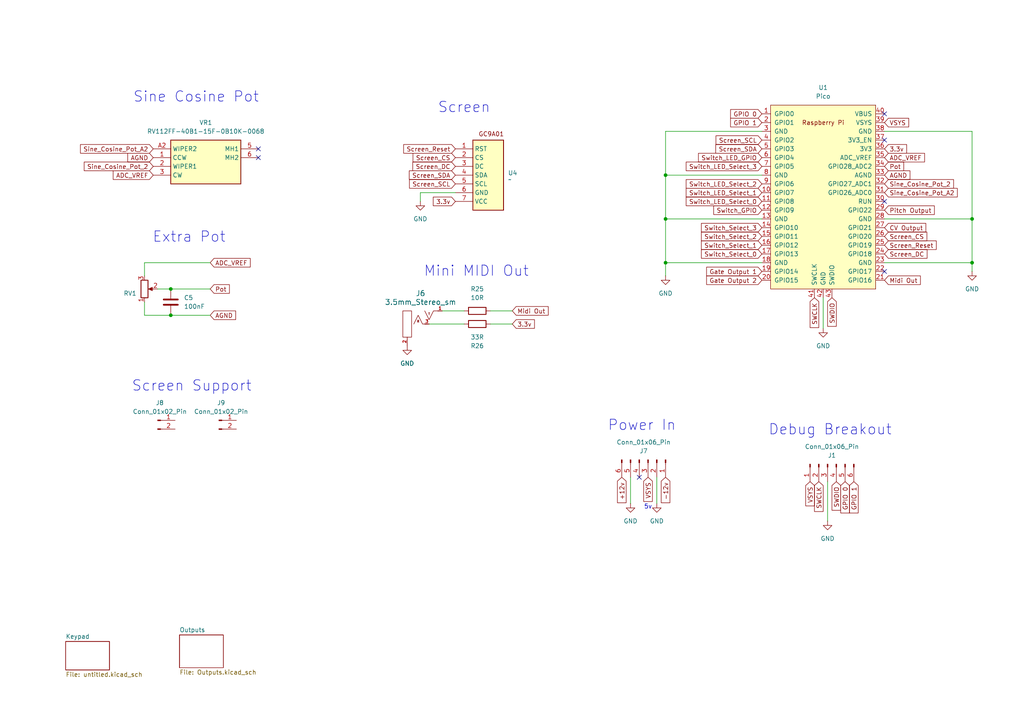
<source format=kicad_sch>
(kicad_sch (version 20231120) (generator "eeschema") (generator_version "8.0")
  (paper "A4")
  (lib_symbols
    (symbol "Connector:Conn_01x02_Pin" (pin_names (offset 1.016) hide)
      (property "Reference" "J" (at 0 2.54 0))
      (property "Value" "Conn_01x02_Pin" (at 0 -5.08 0))
      (symbol "Conn_01x02_Pin_1_1"
        (polyline (pts (xy 1.27 -2.54) (xy 0.8636 -2.54)) (stroke (width 0.1524)))
        (polyline (pts (xy 1.27 0) (xy 0.8636 0)) (stroke (width 0.1524)))
        (rectangle (start 0.8636 -2.413) (end 0 -2.667) (stroke (width 0.1524)) (fill (type outline)))
        (rectangle (start 0.8636 0.127) (end 0 -0.127) (stroke (width 0.1524)) (fill (type outline)))
        (pin passive line (at 5.08 0 180) (length 3.81) (name "Pin_1") (number "1"))
        (pin passive line (at 5.08 -2.54 180) (length 3.81) (name "Pin_2") (number "2"))
      )
    )
    (symbol "Connector:Conn_01x06_Pin" (pin_names (offset 1.016) hide)
      (property "Reference" "J" (at 0 7.62 0))
      (property "Value" "Conn_01x06_Pin" (at 0 -10.16 0))
      (symbol "Conn_01x06_Pin_1_1"
        (polyline (pts (xy 1.27 -7.62) (xy 0.8636 -7.62)) (stroke (width 0.1524)))
        (polyline (pts (xy 1.27 -5.08) (xy 0.8636 -5.08)) (stroke (width 0.1524)))
        (polyline (pts (xy 1.27 -2.54) (xy 0.8636 -2.54)) (stroke (width 0.1524)))
        (polyline (pts (xy 1.27 0) (xy 0.8636 0)) (stroke (width 0.1524)))
        (polyline (pts (xy 1.27 2.54) (xy 0.8636 2.54)) (stroke (width 0.1524)))
        (polyline (pts (xy 1.27 5.08) (xy 0.8636 5.08)) (stroke (width 0.1524)))
        (rectangle (start 0.8636 -7.493) (end 0 -7.747) (stroke (width 0.1524)) (fill (type outline)))
        (rectangle (start 0.8636 -4.953) (end 0 -5.207) (stroke (width 0.1524)) (fill (type outline)))
        (rectangle (start 0.8636 -2.413) (end 0 -2.667) (stroke (width 0.1524)) (fill (type outline)))
        (rectangle (start 0.8636 0.127) (end 0 -0.127) (stroke (width 0.1524)) (fill (type outline)))
        (rectangle (start 0.8636 2.667) (end 0 2.413) (stroke (width 0.1524)) (fill (type outline)))
        (rectangle (start 0.8636 5.207) (end 0 4.953) (stroke (width 0.1524)) (fill (type outline)))
        (pin passive line (at 5.08 5.08 180) (length 3.81) (name "Pin_1") (number "1"))
        (pin passive line (at 5.08 2.54 180) (length 3.81) (name "Pin_2") (number "2"))
        (pin passive line (at 5.08 0 180) (length 3.81) (name "Pin_3") (number "3"))
        (pin passive line (at 5.08 -2.54 180) (length 3.81) (name "Pin_4") (number "4"))
        (pin passive line (at 5.08 -5.08 180) (length 3.81) (name "Pin_5") (number "5"))
        (pin passive line (at 5.08 -7.62 180) (length 3.81) (name "Pin_6") (number "6"))
      )
    )
    (symbol "Device:C" (pin_numbers hide) (pin_names (offset 0.254))
      (property "Reference" "C" (at 0.635 2.54 0))
      (property "Value" "C" (at 0.635 -2.54 0))
      (symbol "C_0_1"
        (polyline (pts (xy -2.032 -0.762) (xy 2.032 -0.762)) (stroke (width 0.508)))
        (polyline (pts (xy -2.032 0.762) (xy 2.032 0.762)) (stroke (width 0.508)))
      )
      (symbol "C_1_1"
        (pin passive line (at 0 3.81 270) (length 2.794) (name "~") (number "1"))
        (pin passive line (at 0 -3.81 90) (length 2.794) (name "~") (number "2"))
      )
    )
    (symbol "Device:R" (pin_numbers hide) (pin_names (offset 0))
      (property "Reference" "R" (at 2.032 0 90))
      (property "Value" "R" (at 0 0 90))
      (symbol "R_0_1"
        (rectangle (start -1.016 -2.54) (end 1.016 2.54) (stroke (width 0.254)))
      )
      (symbol "R_1_1"
        (pin passive line (at 0 3.81 270) (length 1.27) (name "~") (number "1"))
        (pin passive line (at 0 -3.81 90) (length 1.27) (name "~") (number "2"))
      )
    )
    (symbol "Device:R_Potentiometer" (pin_names (offset 1.016) hide)
      (property "Reference" "RV" (at -4.445 0 90))
      (property "Value" "R_Potentiometer" (at -2.54 0 90))
      (symbol "R_Potentiometer_0_1"
        (polyline (pts (xy 2.54 0) (xy 1.524 0)))
        (polyline (pts (xy 1.143 0) (xy 2.286 0.508) (xy 2.286 -0.508) (xy 1.143 0)) (fill (type outline)))
        (rectangle (start 1.016 2.54) (end -1.016 -2.54) (stroke (width 0.254)))
      )
      (symbol "R_Potentiometer_1_1"
        (pin passive line (at 0 3.81 270) (length 1.27) (name "1") (number "1"))
        (pin passive line (at 3.81 0 180) (length 1.27) (name "2") (number "2"))
        (pin passive line (at 0 -3.81 90) (length 1.27) (name "3") (number "3"))
      )
    )
    (symbol "MCU_RaspberryPi_and_Boards:Pico" (pin_names (offset 1.016))
      (property "Reference" "U" (at -13.97 27.94 0))
      (property "Value" "Pico" (at 0 19.05 0))
      (symbol "Pico_0_0"
        (text "Raspberry Pi" (at 0 21.59 0) (effects (font (size 1.27 1.27))))
      )
      (symbol "Pico_0_1"
        (rectangle (start -15.24 26.67) (end 15.24 -26.67) (fill (type background)))
      )
      (symbol "Pico_1_1"
        (pin bidirectional line (at -17.78 24.13 0) (length 2.54) (name "GPIO0") (number "1"))
        (pin bidirectional line (at -17.78 1.27 0) (length 2.54) (name "GPIO7") (number "10"))
        (pin bidirectional line (at -17.78 -1.27 0) (length 2.54) (name "GPIO8") (number "11"))
        (pin bidirectional line (at -17.78 -3.81 0) (length 2.54) (name "GPIO9") (number "12"))
        (pin power_in line (at -17.78 -6.35 0) (length 2.54) (name "GND") (number "13"))
        (pin bidirectional line (at -17.78 -8.89 0) (length 2.54) (name "GPIO10") (number "14"))
        (pin bidirectional line (at -17.78 -11.43 0) (length 2.54) (name "GPIO11") (number "15"))
        (pin bidirectional line (at -17.78 -13.97 0) (length 2.54) (name "GPIO12") (number "16"))
        (pin bidirectional line (at -17.78 -16.51 0) (length 2.54) (name "GPIO13") (number "17"))
        (pin power_in line (at -17.78 -19.05 0) (length 2.54) (name "GND") (number "18"))
        (pin bidirectional line (at -17.78 -21.59 0) (length 2.54) (name "GPIO14") (number "19"))
        (pin bidirectional line (at -17.78 21.59 0) (length 2.54) (name "GPIO1") (number "2"))
        (pin bidirectional line (at -17.78 -24.13 0) (length 2.54) (name "GPIO15") (number "20"))
        (pin bidirectional line (at 17.78 -24.13 180) (length 2.54) (name "GPIO16") (number "21"))
        (pin bidirectional line (at 17.78 -21.59 180) (length 2.54) (name "GPIO17") (number "22"))
        (pin power_in line (at 17.78 -19.05 180) (length 2.54) (name "GND") (number "23"))
        (pin bidirectional line (at 17.78 -16.51 180) (length 2.54) (name "GPIO18") (number "24"))
        (pin bidirectional line (at 17.78 -13.97 180) (length 2.54) (name "GPIO19") (number "25"))
        (pin bidirectional line (at 17.78 -11.43 180) (length 2.54) (name "GPIO20") (number "26"))
        (pin bidirectional line (at 17.78 -8.89 180) (length 2.54) (name "GPIO21") (number "27"))
        (pin power_in line (at 17.78 -6.35 180) (length 2.54) (name "GND") (number "28"))
        (pin bidirectional line (at 17.78 -3.81 180) (length 2.54) (name "GPIO22") (number "29"))
        (pin power_in line (at -17.78 19.05 0) (length 2.54) (name "GND") (number "3"))
        (pin input line (at 17.78 -1.27 180) (length 2.54) (name "RUN") (number "30"))
        (pin bidirectional line (at 17.78 1.27 180) (length 2.54) (name "GPIO26_ADC0") (number "31"))
        (pin bidirectional line (at 17.78 3.81 180) (length 2.54) (name "GPIO27_ADC1") (number "32"))
        (pin power_in line (at 17.78 6.35 180) (length 2.54) (name "AGND") (number "33"))
        (pin bidirectional line (at 17.78 8.89 180) (length 2.54) (name "GPIO28_ADC2") (number "34"))
        (pin unspecified line (at 17.78 11.43 180) (length 2.54) (name "ADC_VREF") (number "35"))
        (pin unspecified line (at 17.78 13.97 180) (length 2.54) (name "3V3") (number "36"))
        (pin input line (at 17.78 16.51 180) (length 2.54) (name "3V3_EN") (number "37"))
        (pin bidirectional line (at 17.78 19.05 180) (length 2.54) (name "GND") (number "38"))
        (pin unspecified line (at 17.78 21.59 180) (length 2.54) (name "VSYS") (number "39"))
        (pin bidirectional line (at -17.78 16.51 0) (length 2.54) (name "GPIO2") (number "4"))
        (pin unspecified line (at 17.78 24.13 180) (length 2.54) (name "VBUS") (number "40"))
        (pin input line (at -2.54 -29.21 90) (length 2.54) (name "SWCLK") (number "41"))
        (pin power_in line (at 0 -29.21 90) (length 2.54) (name "GND") (number "42"))
        (pin bidirectional line (at 2.54 -29.21 90) (length 2.54) (name "SWDIO") (number "43"))
        (pin bidirectional line (at -17.78 13.97 0) (length 2.54) (name "GPIO3") (number "5"))
        (pin bidirectional line (at -17.78 11.43 0) (length 2.54) (name "GPIO4") (number "6"))
        (pin bidirectional line (at -17.78 8.89 0) (length 2.54) (name "GPIO5") (number "7"))
        (pin power_in line (at -17.78 6.35 0) (length 2.54) (name "GND") (number "8"))
        (pin bidirectional line (at -17.78 3.81 0) (length 2.54) (name "GPIO6") (number "9"))
      )
    )
    (symbol "PCM_4ms_Jack:3.5mm_Stereo_sm" (pin_names (offset 0) hide)
      (property "Reference" "J" (at -6.35 8.89 0))
      (property "Value" "3.5mm_Stereo_sm" (at -6.35 6.35 0))
      (symbol "3.5mm_Stereo_sm_0_0"
        (rectangle (start -6.35 3.81) (end -3.81 -3.81))
        (polyline (pts (xy 0 3.81) (xy 1.27 1.27) (xy 2.54 3.81) (xy 3.937 3.81)))
        (text "R" (at -1.905 0.762 0) (effects (font (size 0.635 0.635))))
        (text "T" (at 1.27 2.921 0) (effects (font (size 0.635 0.635))))
      )
      (symbol "3.5mm_Stereo_sm_1_1"
        (polyline (pts (xy -3.175 0) (xy -1.905 2.54) (xy -0.635 0) (xy 0.762 0)))
        (pin passive line (at 5.08 3.81 180) (length 1.27) (name "SIG") (number "1"))
        (pin passive line (at -5.08 -6.35 90) (length 2.54) (name "SHEILD") (number "2"))
        (pin passive line (at 1.27 0 180) (length 1.27) (name "SW") (number "3"))
      )
    )
    (symbol "Sine_Cosine_Pot:RV112FF-40B1-15F-0B20K-0068"
      (property "Reference" "VR" (at 13.208 7.62 0))
      (property "Value" "RV112FF-40B1-15F-0B10K-0068" (at -2.794 5.334 0))
      (symbol "RV112FF-40B1-15F-0B20K-0068_1_1"
        (rectangle (start 5.08 2.54) (end 25.4 -10.16) (stroke (width 0.254)) (fill (type background)))
        (pin passive line (at 0 -2.54 0) (length 5.08) (name "CCW") (number "1"))
        (pin passive line (at 0 -5.08 0) (length 5.08) (name "WIPER1") (number "2"))
        (pin passive line (at 0 -7.62 0) (length 5.08) (name "CW") (number "3"))
        (pin passive line (at 30.48 0 180) (length 5.08) (name "MH1") (number "5"))
        (pin passive line (at 30.48 -2.54 180) (length 5.08) (name "MH2") (number "6"))
        (pin passive line (at 0 0 0) (length 5.08) (name "WIPER2") (number "A2"))
      )
    )
    (symbol "custom:Screen_GC9A01_240x240_Round"
      (property "Reference" "U" (at 0 1.778 0))
      (symbol "Screen_GC9A01_240x240_Round_1_0"
        (text "GC9A01" (at 0.254 -0.762 0) (effects (font (size 1.27 1.27))))
      )
      (symbol "Screen_GC9A01_240x240_Round_1_1"
        (rectangle (start -5.08 -2.54) (end 3.81 -22.86) (stroke (width 0.254)) (fill (type background)))
        (pin passive line (at -10.16 -5.08 0) (length 5.08) (name "RST") (number "1"))
        (pin passive line (at -10.16 -7.62 0) (length 5.08) (name "CS") (number "2"))
        (pin passive line (at -10.16 -10.16 0) (length 5.08) (name "DC") (number "3"))
        (pin passive line (at -10.16 -12.7 0) (length 5.08) (name "SDA") (number "4"))
        (pin passive line (at -10.16 -15.24 0) (length 5.08) (name "SCL") (number "5"))
        (pin passive line (at -10.16 -17.78 0) (length 5.08) (name "GND") (number "6"))
        (pin passive line (at -10.16 -20.32 0) (length 5.08) (name "VCC") (number "7"))
      )
    )
    (symbol "power:GND" (power) (pin_numbers hide) (pin_names (offset 0) hide)
      (property "Value" "GND" (at 0 -3.81 0))
      (symbol "GND_0_1"
        (polyline (pts (xy 0 0) (xy 0 -1.27) (xy 1.27 -1.27) (xy 0 -2.54) (xy -1.27 -1.27) (xy 0 -1.27)))
      )
      (symbol "GND_1_1"
        (pin power_in line (at 0 0 270) (length 0) (name "~") (number "1"))
      )
    )
  )
  (junction (at 193.04 50.8))
  (junction (at 281.94 76.2))
  (junction (at 49.53 83.82))
  (junction (at 193.04 63.5))
  (junction (at 193.04 76.2))
  (junction (at 49.53 91.44))
  (junction (at 281.94 63.5))
  (no_connect (at 256.54 58.42))
  (no_connect (at 74.93 43.18))
  (no_connect (at 256.54 78.74))
  (no_connect (at 256.54 40.64))
  (no_connect (at 74.93 45.72))
  (no_connect (at 256.54 33.02))
  (no_connect (at 185.42 138.43))
  (wire (pts (xy 45.72 83.82) (xy 49.53 83.82)))
  (wire (pts (xy 193.04 63.5) (xy 220.98 63.5)))
  (wire (pts (xy 182.88 138.43) (xy 182.88 146.05)))
  (wire (pts (xy 281.94 38.1) (xy 281.94 63.5)))
  (wire (pts (xy 41.91 91.44) (xy 41.91 87.63)))
  (wire (pts (xy 256.54 38.1) (xy 281.94 38.1)))
  (wire (pts (xy 128.27 90.17) (xy 134.62 90.17)))
  (wire (pts (xy 193.04 76.2) (xy 220.98 76.2)))
  (wire (pts (xy 49.53 91.44) (xy 41.91 91.44)))
  (wire (pts (xy 41.91 76.2) (xy 41.91 80.01)))
  (wire (pts (xy 60.96 76.2) (xy 41.91 76.2)))
  (wire (pts (xy 256.54 63.5) (xy 281.94 63.5)))
  (wire (pts (xy 238.76 86.36) (xy 238.76 95.25)))
  (wire (pts (xy 190.5 138.43) (xy 190.5 146.05)))
  (wire (pts (xy 142.24 90.17) (xy 148.59 90.17)))
  (wire (pts (xy 124.46 93.98) (xy 134.62 93.98)))
  (wire (pts (xy 256.54 76.2) (xy 281.94 76.2)))
  (wire (pts (xy 193.04 76.2) (xy 193.04 80.01)))
  (wire (pts (xy 193.04 38.1) (xy 193.04 50.8)))
  (wire (pts (xy 193.04 63.5) (xy 193.04 76.2)))
  (wire (pts (xy 193.04 50.8) (xy 220.98 50.8)))
  (wire (pts (xy 193.04 50.8) (xy 193.04 63.5)))
  (wire (pts (xy 193.04 38.1) (xy 220.98 38.1)))
  (wire (pts (xy 60.96 91.44) (xy 49.53 91.44)))
  (wire (pts (xy 240.03 139.7) (xy 240.03 151.13)))
  (wire (pts (xy 132.08 55.88) (xy 121.92 55.88)))
  (wire (pts (xy 281.94 63.5) (xy 281.94 76.2)))
  (wire (pts (xy 49.53 83.82) (xy 60.96 83.82)))
  (wire (pts (xy 121.92 55.88) (xy 121.92 58.42)))
  (wire (pts (xy 142.24 93.98) (xy 148.59 93.98)))
  (wire (pts (xy 281.94 76.2) (xy 281.94 78.74)))
  (text "Power In" (at 186.182 123.444 0) (effects (font (size 3 3))))
  (text "5v" (at 187.96 147.066 0) (effects (font (size 1.27 1.27))))
  (text "Mini MIDI Out\n" (at 138.176 78.74 0) (effects (font (size 3 3))))
  (text "Debug Breakout" (at 240.792 124.714 0) (effects (font (size 3 3))))
  (text "Screen" (at 134.62 31.242 0) (effects (font (size 3 3))))
  (text "Screen Support" (at 55.626 112.014 0) (effects (font (size 3 3))))
  (text "Extra Pot" (at 54.864 68.834 0) (effects (font (size 3 3))))
  (text "Sine Cosine Pot" (at 56.896 28.194 0) (effects (font (size 3 3))))
  (global_label "GPIO 1" (shape input) (at 220.98 35.56 180) (property "Intersheetrefs" "${INTERSHEET_REFS}" (effects (hide yes))))
  (global_label "Sine_Cosine_Pot_A2" (shape input) (at 256.54 55.88 0) (property "Intersheetrefs" "${INTERSHEET_REFS}" (effects (hide yes))))
  (global_label "Gate Output 2" (shape input) (at 220.98 81.28 180) (property "Intersheetrefs" "${INTERSHEET_REFS}" (effects (hide yes))))
  (global_label "CV Output" (shape input) (at 256.54 66.04 0) (property "Intersheetrefs" "${INTERSHEET_REFS}" (effects (hide yes))))
  (global_label "Screen_DC" (shape input) (at 256.54 73.66 0) (property "Intersheetrefs" "${INTERSHEET_REFS}" (effects (hide yes))))
  (global_label "Sine_Cosine_Pot_A2" (shape input) (at 44.45 43.18 180) (property "Intersheetrefs" "${INTERSHEET_REFS}" (effects (hide yes))))
  (global_label "Switch_LED_Select_2" (shape input) (at 220.98 53.34 180) (property "Intersheetrefs" "${INTERSHEET_REFS}" (effects (hide yes))))
  (global_label "Switch_Select_1" (shape input) (at 220.98 71.12 180) (property "Intersheetrefs" "${INTERSHEET_REFS}" (effects (hide yes))))
  (global_label "3.3v" (shape input) (at 132.08 58.42 180) (property "Intersheetrefs" "${INTERSHEET_REFS}" (effects (hide yes))))
  (global_label "Switch_GPIO" (shape input) (at 220.98 60.96 180) (property "Intersheetrefs" "${INTERSHEET_REFS}" (effects (hide yes))))
  (global_label "Gate Output 1" (shape input) (at 220.98 78.74 180) (property "Intersheetrefs" "${INTERSHEET_REFS}" (effects (hide yes))))
  (global_label "SWDIO" (shape input) (at 242.57 139.7 270) (property "Intersheetrefs" "${INTERSHEET_REFS}" (effects (hide yes))))
  (global_label "3.3v" (shape input) (at 256.54 43.18 0) (property "Intersheetrefs" "${INTERSHEET_REFS}" (effects (hide yes))))
  (global_label "Screen_SDA" (shape input) (at 220.98 43.18 180) (property "Intersheetrefs" "${INTERSHEET_REFS}" (effects (hide yes))))
  (global_label "GPIO 1" (shape input) (at 247.65 139.7 270) (property "Intersheetrefs" "${INTERSHEET_REFS}" (effects (hide yes))))
  (global_label "Switch_Select_0" (shape input) (at 220.98 73.66 180) (property "Intersheetrefs" "${INTERSHEET_REFS}" (effects (hide yes))))
  (global_label "Pot" (shape input) (at 256.54 48.26 0) (property "Intersheetrefs" "${INTERSHEET_REFS}" (effects (hide yes))))
  (global_label "ADC_VREF" (shape input) (at 44.45 50.8 180) (property "Intersheetrefs" "${INTERSHEET_REFS}" (effects (hide yes))))
  (global_label "Switch_LED_Select_3" (shape input) (at 220.98 48.26 180) (property "Intersheetrefs" "${INTERSHEET_REFS}" (effects (hide yes))))
  (global_label "Switch_LED_Select_1" (shape input) (at 220.98 55.88 180) (property "Intersheetrefs" "${INTERSHEET_REFS}" (effects (hide yes))))
  (global_label "Screen_CS" (shape input) (at 256.54 68.58 0) (property "Intersheetrefs" "${INTERSHEET_REFS}" (effects (hide yes))))
  (global_label "-12v" (shape input) (at 193.04 138.43 270) (property "Intersheetrefs" "${INTERSHEET_REFS}" (effects (hide yes))))
  (global_label "ADC_VREF" (shape input) (at 256.54 45.72 0) (property "Intersheetrefs" "${INTERSHEET_REFS}" (effects (hide yes))))
  (global_label "Midi Out" (shape input) (at 148.59 90.17 0) (property "Intersheetrefs" "${INTERSHEET_REFS}" (effects (hide yes))))
  (global_label "Switch_LED_Select_0" (shape input) (at 220.98 58.42 180) (property "Intersheetrefs" "${INTERSHEET_REFS}" (effects (hide yes))))
  (global_label "GPIO 0" (shape input) (at 245.11 139.7 270) (property "Intersheetrefs" "${INTERSHEET_REFS}" (effects (hide yes))))
  (global_label "+12v" (shape input) (at 180.34 138.43 270) (property "Intersheetrefs" "${INTERSHEET_REFS}" (effects (hide yes))))
  (global_label "Screen_SCL" (shape input) (at 220.98 40.64 180) (property "Intersheetrefs" "${INTERSHEET_REFS}" (effects (hide yes))))
  (global_label "VSYS" (shape input) (at 234.95 139.7 270) (property "Intersheetrefs" "${INTERSHEET_REFS}" (effects (hide yes))))
  (global_label "Sine_Cosine_Pot_2" (shape input) (at 44.45 48.26 180) (property "Intersheetrefs" "${INTERSHEET_REFS}" (effects (hide yes))))
  (global_label "SWCLK" (shape input) (at 236.22 86.36 270) (property "Intersheetrefs" "${INTERSHEET_REFS}" (effects (hide yes))))
  (global_label "Pitch Output" (shape input) (at 256.54 60.96 0) (property "Intersheetrefs" "${INTERSHEET_REFS}" (effects (hide yes))))
  (global_label "SWCLK" (shape input) (at 237.49 139.7 270) (property "Intersheetrefs" "${INTERSHEET_REFS}" (effects (hide yes))))
  (global_label "SWDIO" (shape input) (at 241.3 86.36 270) (property "Intersheetrefs" "${INTERSHEET_REFS}" (effects (hide yes))))
  (global_label "Switch_Select_2" (shape input) (at 220.98 68.58 180) (property "Intersheetrefs" "${INTERSHEET_REFS}" (effects (hide yes))))
  (global_label "Screen_SDA" (shape input) (at 132.08 50.8 180) (property "Intersheetrefs" "${INTERSHEET_REFS}" (effects (hide yes))))
  (global_label "Pot" (shape input) (at 60.96 83.82 0) (property "Intersheetrefs" "${INTERSHEET_REFS}" (effects (hide yes))))
  (global_label "GPIO 0" (shape input) (at 220.98 33.02 180) (property "Intersheetrefs" "${INTERSHEET_REFS}" (effects (hide yes))))
  (global_label "3.3v" (shape input) (at 148.59 93.98 0) (property "Intersheetrefs" "${INTERSHEET_REFS}" (effects (hide yes))))
  (global_label "AGND" (shape input) (at 256.54 50.8 0) (property "Intersheetrefs" "${INTERSHEET_REFS}" (effects (hide yes))))
  (global_label "Screen_DC" (shape input) (at 132.08 48.26 180) (property "Intersheetrefs" "${INTERSHEET_REFS}" (effects (hide yes))))
  (global_label "Screen_SCL" (shape input) (at 132.08 53.34 180) (property "Intersheetrefs" "${INTERSHEET_REFS}" (effects (hide yes))))
  (global_label "Screen_Reset" (shape input) (at 256.54 71.12 0) (property "Intersheetrefs" "${INTERSHEET_REFS}" (effects (hide yes))))
  (global_label "Screen_Reset" (shape input) (at 132.08 43.18 180) (property "Intersheetrefs" "${INTERSHEET_REFS}" (effects (hide yes))))
  (global_label "ADC_VREF" (shape input) (at 60.96 76.2 0) (property "Intersheetrefs" "${INTERSHEET_REFS}" (effects (hide yes))))
  (global_label "Sine_Cosine_Pot_2" (shape input) (at 256.54 53.34 0) (property "Intersheetrefs" "${INTERSHEET_REFS}" (effects (hide yes))))
  (global_label "VSYS" (shape input) (at 187.96 138.43 270) (property "Intersheetrefs" "${INTERSHEET_REFS}" (effects (hide yes))))
  (global_label "Midi Out" (shape input) (at 256.54 81.28 0) (property "Intersheetrefs" "${INTERSHEET_REFS}" (effects (hide yes))))
  (global_label "Screen_CS" (shape input) (at 132.08 45.72 180) (property "Intersheetrefs" "${INTERSHEET_REFS}" (effects (hide yes))))
  (global_label "Switch_LED_GPIO" (shape input) (at 220.98 45.72 180) (property "Intersheetrefs" "${INTERSHEET_REFS}" (effects (hide yes))))
  (global_label "AGND" (shape input) (at 44.45 45.72 180) (property "Intersheetrefs" "${INTERSHEET_REFS}" (effects (hide yes))))
  (global_label "Switch_Select_3" (shape input) (at 220.98 66.04 180) (property "Intersheetrefs" "${INTERSHEET_REFS}" (effects (hide yes))))
  (global_label "VSYS" (shape input) (at 256.54 35.56 0) (property "Intersheetrefs" "${INTERSHEET_REFS}" (effects (hide yes))))
  (global_label "AGND" (shape input) (at 60.96 91.44 0) (property "Intersheetrefs" "${INTERSHEET_REFS}" (effects (hide yes))))
  (symbol (lib_id "Device:R") (at 138.43 90.17 90) (unit 1)
    (property "Reference" "R25" (at 138.43 83.82 90))
    (property "Value" "10R" (at 138.43 86.36 90))
    (property "Footprint" "Resistor_SMD:R_0805_2012Metric_Pad1.20x1.40mm_HandSolder" (effects (hide yes)))
    (property "Description" "Resistor" (effects (hide yes)))
  )
  (symbol (lib_id "custom:Screen_GC9A01_240x240_Round") (at 142.24 38.1 0) (unit 1)
    (property "Reference" "U4" (at 147.32 50.1649 0) (effects (justify left)))
    (property "Value" "~" (at 147.32 52.07 0) (effects (justify left)))
    (property "Footprint" "Connector_PinHeader_2.00mm:PinHeader_1x07_P2.00mm_Vertical" (effects (hide yes)))
  )
  (symbol (lib_id "power:GND") (at 240.03 151.13 0) (unit 1)
    (property "Reference" "#PWR01" (effects (hide yes)))
    (property "Value" "GND" (at 240.03 156.21 0))
    (property "Description" "Power symbol creates a global label with name \"GND\" , ground" (effects (hide yes)))
  )
  (symbol (lib_id "Connector:Conn_01x06_Pin") (at 187.96 133.35 270) (unit 1)
    (property "Reference" "J7" (at 186.69 130.81 90))
    (property "Value" "Conn_01x06_Pin" (at 186.69 128.27 90))
    (property "Footprint" "Connector_PinHeader_2.54mm:PinHeader_1x06_P2.54mm_Vertical" (effects (hide yes)))
    (property "Description" "Generic connector, single row, 01x06, script generated" (effects (hide yes)))
  )
  (symbol (lib_id "Sine_Cosine_Pot:RV112FF-40B1-15F-0B20K-0068") (at 44.45 43.18 0) (unit 1)
    (property "Reference" "VR1" (at 59.69 35.56 0))
    (property "Value" "RV112FF-40B1-15F-0B10K-0068" (at 59.69 38.1 0))
    (property "Footprint" "Mouser:RV112FF40B115F0B20K0068" (effects (hide yes)))
    (property "Datasheet" "https://www.taiwanalpha.com/downloads?target=products&id=79" (effects (hide yes)))
    (property "Description" "Potentiometers 11mm 20Kohms 5-15VDC Flat Shaft" (effects (hide yes)))
    (property "Height" "25" (effects (hide yes)))
    (property "Mouser Part Number" "317-1240FF-15F-0B20K" (effects (hide yes)))
    (property "Mouser Price/Stock" "https://www.mouser.co.uk/ProductDetail/Alpha-Taiwan/RV112FF-40B1-15F-0B20K-0068?qs=1mbolxNpo8eHjovTv0swOQ%3D%3D" (effects (hide yes)))
    (property "Manufacturer_Name" "Alpha (Taiwan)" (effects (hide yes)))
    (property "Manufacturer_Part_Number" "RV112FF-40B1-15F-0B20K-0068" (effects (hide yes)))
  )
  (symbol (lib_id "PCM_4ms_Jack:3.5mm_Stereo_sm") (at 123.19 93.98 0) (unit 1)
    (property "Reference" "J6" (at 121.9835 85.09 0) (effects (font (size 1.524 1.524))))
    (property "Value" "3.5mm_Stereo_sm" (at 121.9835 87.63 0) (effects (font (size 1.524 1.524))))
    (property "Footprint" "PCM_4ms_Jack:EighthInch_Stereo_PJ366ST" (effects (hide yes)))
    (property "Description" "Audio 3.5mm Jack, Stereo, PC-pin Vertical" (effects (hide yes)))
    (property "Specifications" "Audio 3.5mm Jack, Stereo, PC-pin Vertical" (effects (hide yes)))
    (property "Manufacturer" "Wenzhou QingPu Electronics Co" (effects (hide yes)))
    (property "Part Number" "WQP-WQP518MA" (effects (hide yes)))
  )
  (symbol (lib_id "power:GND") (at 190.5 146.05 0) (unit 1)
    (property "Reference" "#PWR040" (effects (hide yes)))
    (property "Value" "GND" (at 190.5 151.13 0))
    (property "Description" "Power symbol creates a global label with name \"GND\" , ground" (effects (hide yes)))
  )
  (symbol (lib_id "Device:R") (at 138.43 93.98 90) (mirror x) (unit 1)
    (property "Reference" "R26" (at 138.43 100.33 90))
    (property "Value" "33R" (at 138.43 97.79 90))
    (property "Footprint" "Resistor_SMD:R_0805_2012Metric_Pad1.20x1.40mm_HandSolder" (effects (hide yes)))
    (property "Description" "Resistor" (effects (hide yes)))
  )
  (symbol (lib_id "power:GND") (at 118.11 100.33 0) (unit 1)
    (property "Reference" "#PWR039" (effects (hide yes)))
    (property "Value" "GND" (at 118.11 105.41 0))
    (property "Description" "Power symbol creates a global label with name \"GND\" , ground" (effects (hide yes)))
  )
  (symbol (lib_id "power:GND") (at 281.94 78.74 0) (unit 1)
    (property "Reference" "#PWR043" (effects (hide yes)))
    (property "Value" "GND" (at 281.94 83.82 0))
    (property "Description" "Power symbol creates a global label with name \"GND\" , ground" (effects (hide yes)))
  )
  (symbol (lib_id "Device:C") (at 49.53 87.63 0) (unit 1)
    (property "Reference" "C5" (at 53.34 86.3599 0) (effects (justify left)))
    (property "Value" "100nF" (at 53.34 88.8999 0) (effects (justify left)))
    (property "Footprint" "Capacitor_SMD:C_0805_2012Metric_Pad1.18x1.45mm_HandSolder" (effects (hide yes)))
    (property "Description" "Unpolarized capacitor" (effects (hide yes)))
  )
  (symbol (lib_id "power:GND") (at 182.88 146.05 0) (unit 1)
    (property "Reference" "#PWR041" (effects (hide yes)))
    (property "Value" "GND" (at 182.88 151.13 0))
    (property "Description" "Power symbol creates a global label with name \"GND\" , ground" (effects (hide yes)))
  )
  (symbol (lib_id "Connector:Conn_01x06_Pin") (at 240.03 134.62 90) (mirror x) (unit 1)
    (property "Reference" "J1" (at 241.3 132.08 90))
    (property "Value" "Conn_01x06_Pin" (at 241.3 129.54 90))
    (property "Footprint" "Connector_PinHeader_2.54mm:PinHeader_1x06_P2.54mm_Vertical" (effects (hide yes)))
    (property "Description" "Generic connector, single row, 01x06, script generated" (effects (hide yes)))
  )
  (symbol (lib_id "power:GND") (at 238.76 95.25 0) (unit 1)
    (property "Reference" "#PWR042" (effects (hide yes)))
    (property "Value" "GND" (at 238.76 100.33 0))
    (property "Description" "Power symbol creates a global label with name \"GND\" , ground" (effects (hide yes)))
  )
  (symbol (lib_id "MCU_RaspberryPi_and_Boards:Pico") (at 238.76 57.15 0) (unit 1)
    (property "Reference" "U1" (at 238.76 25.4 0))
    (property "Value" "Pico" (at 238.76 27.94 0))
    (property "Footprint" "RPi_Pico:RPi_Pico_SMD_TH" (effects (hide yes)))
  )
  (symbol (lib_id "Device:R_Potentiometer") (at 41.91 83.82 0) (mirror x) (unit 1)
    (property "Reference" "RV1" (at 39.624 85.0901 0) (effects (justify right)))
    (property "Value" "R_Potentiometer" (effects (hide yes)))
    (property "Footprint" "Potentiometer_THT:Potentiometer_Alpha_RD901F-40-00D_Single_Vertical" (effects (hide yes)))
  )
  (symbol (lib_id "power:GND") (at 193.04 80.01 0) (unit 1)
    (property "Reference" "#PWR044" (effects (hide yes)))
    (property "Value" "GND" (at 193.04 85.09 0))
    (property "Description" "Power symbol creates a global label with name \"GND\" , ground" (effects (hide yes)))
  )
  (symbol (lib_id "Connector:Conn_01x02_Pin") (at 63.5 121.92 0) (unit 1)
    (property "Reference" "J9" (at 64.135 116.84 0))
    (property "Value" "Conn_01x02_Pin" (at 64.135 119.38 0))
    (property "Footprint" "Connector_PinHeader_2.00mm:PinHeader_1x02_P2.00mm_Vertical" (effects (hide yes)))
    (property "Description" "Generic connector, single row, 01x02, script generated" (effects (hide yes)))
  )
  (symbol (lib_id "power:GND") (at 121.92 58.42 0) (unit 1)
    (property "Reference" "#PWR018" (effects (hide yes)))
    (property "Value" "GND" (at 121.92 63.5 0))
    (property "Description" "Power symbol creates a global label with name \"GND\" , ground" (effects (hide yes)))
  )
  (symbol (lib_id "Connector:Conn_01x02_Pin") (at 45.72 121.92 0) (unit 1)
    (property "Reference" "J8" (at 46.355 116.84 0))
    (property "Value" "Conn_01x02_Pin" (at 46.355 119.38 0))
    (property "Footprint" "Connector_PinHeader_2.00mm:PinHeader_1x02_P2.00mm_Vertical" (effects (hide yes)))
    (property "Description" "Generic connector, single row, 01x02, script generated" (effects (hide yes)))
  )
  (sheet (at 52.07 184.15) (size 12.7 9.525) (stroke (width 0.1524))
    (property "Sheetname" "Outputs" (at 52.07 183.4384 0) (effects (justify left bottom)))
    (property "Sheetfile" "Outputs.kicad_sch" (at 52.07 194.2596 0) (effects (justify left top)))
  )
  (sheet (at 19.05 186.055) (size 12.7 8.255) (stroke (width 0.1524))
    (property "Sheetname" "Keypad" (at 19.05 185.3434 0) (effects (justify left bottom)))
    (property "Sheetfile" "untitled.kicad_sch" (at 19.05 194.8946 0) (effects (justify left top)))
  )
)
</source>
